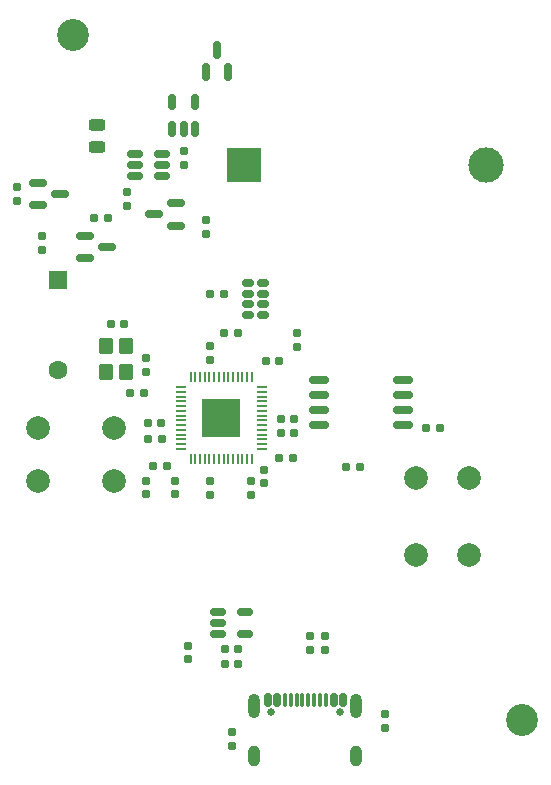
<source format=gbr>
%TF.GenerationSoftware,KiCad,Pcbnew,9.0.2*%
%TF.CreationDate,2025-08-07T00:04:08-07:00*%
%TF.ProjectId,TimeCapsule,54696d65-4361-4707-9375-6c652e6b6963,rev?*%
%TF.SameCoordinates,Original*%
%TF.FileFunction,Soldermask,Top*%
%TF.FilePolarity,Negative*%
%FSLAX46Y46*%
G04 Gerber Fmt 4.6, Leading zero omitted, Abs format (unit mm)*
G04 Created by KiCad (PCBNEW 9.0.2) date 2025-08-07 00:04:08*
%MOMM*%
%LPD*%
G01*
G04 APERTURE LIST*
G04 Aperture macros list*
%AMRoundRect*
0 Rectangle with rounded corners*
0 $1 Rounding radius*
0 $2 $3 $4 $5 $6 $7 $8 $9 X,Y pos of 4 corners*
0 Add a 4 corners polygon primitive as box body*
4,1,4,$2,$3,$4,$5,$6,$7,$8,$9,$2,$3,0*
0 Add four circle primitives for the rounded corners*
1,1,$1+$1,$2,$3*
1,1,$1+$1,$4,$5*
1,1,$1+$1,$6,$7*
1,1,$1+$1,$8,$9*
0 Add four rect primitives between the rounded corners*
20,1,$1+$1,$2,$3,$4,$5,0*
20,1,$1+$1,$4,$5,$6,$7,0*
20,1,$1+$1,$6,$7,$8,$9,0*
20,1,$1+$1,$8,$9,$2,$3,0*%
G04 Aperture macros list end*
%ADD10RoundRect,0.160000X0.197500X0.160000X-0.197500X0.160000X-0.197500X-0.160000X0.197500X-0.160000X0*%
%ADD11RoundRect,0.155000X-0.155000X0.212500X-0.155000X-0.212500X0.155000X-0.212500X0.155000X0.212500X0*%
%ADD12RoundRect,0.150000X-0.512500X-0.150000X0.512500X-0.150000X0.512500X0.150000X-0.512500X0.150000X0*%
%ADD13RoundRect,0.155000X0.212500X0.155000X-0.212500X0.155000X-0.212500X-0.155000X0.212500X-0.155000X0*%
%ADD14RoundRect,0.150000X0.587500X0.150000X-0.587500X0.150000X-0.587500X-0.150000X0.587500X-0.150000X0*%
%ADD15RoundRect,0.160000X-0.160000X0.197500X-0.160000X-0.197500X0.160000X-0.197500X0.160000X0.197500X0*%
%ADD16RoundRect,0.160000X0.160000X-0.197500X0.160000X0.197500X-0.160000X0.197500X-0.160000X-0.197500X0*%
%ADD17RoundRect,0.050000X-0.050000X0.387500X-0.050000X-0.387500X0.050000X-0.387500X0.050000X0.387500X0*%
%ADD18RoundRect,0.050000X-0.387500X0.050000X-0.387500X-0.050000X0.387500X-0.050000X0.387500X0.050000X0*%
%ADD19R,3.200000X3.200000*%
%ADD20C,2.000000*%
%ADD21RoundRect,0.150000X-0.587500X-0.150000X0.587500X-0.150000X0.587500X0.150000X-0.587500X0.150000X0*%
%ADD22RoundRect,0.155000X0.155000X-0.212500X0.155000X0.212500X-0.155000X0.212500X-0.155000X-0.212500X0*%
%ADD23RoundRect,0.160000X-0.197500X-0.160000X0.197500X-0.160000X0.197500X0.160000X-0.197500X0.160000X0*%
%ADD24RoundRect,0.162500X0.650000X0.162500X-0.650000X0.162500X-0.650000X-0.162500X0.650000X-0.162500X0*%
%ADD25C,2.700000*%
%ADD26RoundRect,0.162500X0.312500X0.162500X-0.312500X0.162500X-0.312500X-0.162500X0.312500X-0.162500X0*%
%ADD27RoundRect,0.150000X0.150000X-0.512500X0.150000X0.512500X-0.150000X0.512500X-0.150000X-0.512500X0*%
%ADD28R,3.000000X3.000000*%
%ADD29C,3.000000*%
%ADD30RoundRect,0.243750X-0.456250X0.243750X-0.456250X-0.243750X0.456250X-0.243750X0.456250X0.243750X0*%
%ADD31RoundRect,0.155000X-0.212500X-0.155000X0.212500X-0.155000X0.212500X0.155000X-0.212500X0.155000X0*%
%ADD32RoundRect,0.250000X-0.350000X0.450000X-0.350000X-0.450000X0.350000X-0.450000X0.350000X0.450000X0*%
%ADD33RoundRect,0.250000X-0.550000X0.550000X-0.550000X-0.550000X0.550000X-0.550000X0.550000X0.550000X0*%
%ADD34C,1.600000*%
%ADD35RoundRect,0.150000X0.150000X-0.587500X0.150000X0.587500X-0.150000X0.587500X-0.150000X-0.587500X0*%
%ADD36C,0.650000*%
%ADD37RoundRect,0.150000X-0.150000X-0.425000X0.150000X-0.425000X0.150000X0.425000X-0.150000X0.425000X0*%
%ADD38RoundRect,0.075000X-0.075000X-0.500000X0.075000X-0.500000X0.075000X0.500000X-0.075000X0.500000X0*%
%ADD39O,1.000000X2.100000*%
%ADD40O,1.000000X1.800000*%
G04 APERTURE END LIST*
D10*
%TO.C,R6*%
X87095000Y-89300000D03*
X85900000Y-89300000D03*
%TD*%
%TO.C,R10*%
X58997500Y-71500000D03*
X57802500Y-71500000D03*
%TD*%
D11*
%TO.C,C13*%
X65750000Y-107720000D03*
X65750000Y-108855000D03*
%TD*%
%TO.C,C1*%
X62200000Y-93765000D03*
X62200000Y-94900000D03*
%TD*%
%TO.C,C7*%
X72200000Y-92832500D03*
X72200000Y-93967500D03*
%TD*%
D12*
%TO.C,U2*%
X61225000Y-66050000D03*
X61225000Y-67000000D03*
X61225000Y-67950000D03*
X63500000Y-67950000D03*
X63500000Y-67000000D03*
X63500000Y-66050000D03*
%TD*%
D13*
%TO.C,C3*%
X63467500Y-88900000D03*
X62332500Y-88900000D03*
%TD*%
D14*
%TO.C,Q3*%
X64750000Y-72150000D03*
X64750000Y-70250000D03*
X62875000Y-71200000D03*
%TD*%
D11*
%TO.C,C17*%
X53400000Y-73065000D03*
X53400000Y-74200000D03*
%TD*%
D13*
%TO.C,C16*%
X60335000Y-80500000D03*
X59200000Y-80500000D03*
%TD*%
D15*
%TO.C,R15*%
X67250000Y-71652500D03*
X67250000Y-72847500D03*
%TD*%
D16*
%TO.C,R3*%
X76100000Y-108102500D03*
X76100000Y-106907500D03*
%TD*%
D17*
%TO.C,U1*%
X71150000Y-85000000D03*
X70750000Y-85000000D03*
X70350000Y-85000000D03*
X69950000Y-85000000D03*
X69550000Y-85000000D03*
X69150000Y-85000000D03*
X68750000Y-85000000D03*
X68350000Y-85000000D03*
X67950000Y-85000000D03*
X67550000Y-85000000D03*
X67150000Y-85000000D03*
X66750000Y-85000000D03*
X66350000Y-85000000D03*
X65950000Y-85000000D03*
D18*
X65112500Y-85837500D03*
X65112500Y-86237500D03*
X65112500Y-86637500D03*
X65112500Y-87037500D03*
X65112500Y-87437500D03*
X65112500Y-87837500D03*
X65112500Y-88237500D03*
X65112500Y-88637500D03*
X65112500Y-89037500D03*
X65112500Y-89437500D03*
X65112500Y-89837500D03*
X65112500Y-90237500D03*
X65112500Y-90637500D03*
X65112500Y-91037500D03*
D17*
X65950000Y-91875000D03*
X66350000Y-91875000D03*
X66750000Y-91875000D03*
X67150000Y-91875000D03*
X67550000Y-91875000D03*
X67950000Y-91875000D03*
X68350000Y-91875000D03*
X68750000Y-91875000D03*
X69150000Y-91875000D03*
X69550000Y-91875000D03*
X69950000Y-91875000D03*
X70350000Y-91875000D03*
X70750000Y-91875000D03*
X71150000Y-91875000D03*
D18*
X71987500Y-91037500D03*
X71987500Y-90637500D03*
X71987500Y-90237500D03*
X71987500Y-89837500D03*
X71987500Y-89437500D03*
X71987500Y-89037500D03*
X71987500Y-88637500D03*
X71987500Y-88237500D03*
X71987500Y-87837500D03*
X71987500Y-87437500D03*
X71987500Y-87037500D03*
X71987500Y-86637500D03*
X71987500Y-86237500D03*
X71987500Y-85837500D03*
D19*
X68550000Y-88437500D03*
%TD*%
D20*
%TO.C,SW1*%
X89500000Y-93500000D03*
X89500000Y-100000000D03*
X85000000Y-93500000D03*
X85000000Y-100000000D03*
%TD*%
D11*
%TO.C,C5*%
X71100000Y-93800000D03*
X71100000Y-94935000D03*
%TD*%
D21*
%TO.C,Q4*%
X53000000Y-68500000D03*
X53000000Y-70400000D03*
X54875000Y-69450000D03*
%TD*%
D11*
%TO.C,C2*%
X64600000Y-93765000D03*
X64600000Y-94900000D03*
%TD*%
D22*
%TO.C,C14*%
X67600000Y-83500000D03*
X67600000Y-82365000D03*
%TD*%
D23*
%TO.C,R5*%
X79100000Y-92600000D03*
X80295000Y-92600000D03*
%TD*%
D16*
%TO.C,R2*%
X82400000Y-114700000D03*
X82400000Y-113505000D03*
%TD*%
D24*
%TO.C,U5*%
X83975000Y-89040000D03*
X83975000Y-87770000D03*
X83975000Y-86500000D03*
X83975000Y-85230000D03*
X76800000Y-85230000D03*
X76800000Y-86500000D03*
X76800000Y-87770000D03*
X76800000Y-89040000D03*
%TD*%
D16*
%TO.C,R4*%
X77300000Y-108100000D03*
X77300000Y-106905000D03*
%TD*%
D13*
%TO.C,C11*%
X63500000Y-90200000D03*
X62365000Y-90200000D03*
%TD*%
D15*
%TO.C,R16*%
X51250000Y-68902500D03*
X51250000Y-70097500D03*
%TD*%
D10*
%TO.C,R14*%
X64000000Y-92500000D03*
X62805000Y-92500000D03*
%TD*%
D25*
%TO.C,H4*%
X94000000Y-114000000D03*
%TD*%
D26*
%TO.C,U4*%
X72100000Y-79700000D03*
X72100000Y-78800000D03*
X72100000Y-77900000D03*
X72100000Y-77000000D03*
X70800000Y-77000000D03*
X70800000Y-77900000D03*
X70800000Y-78800000D03*
X70800000Y-79700000D03*
%TD*%
D27*
%TO.C,U6*%
X64412500Y-63987500D03*
X65362500Y-63987500D03*
X66312500Y-63987500D03*
X66312500Y-61712500D03*
X64412500Y-61712500D03*
%TD*%
D23*
%TO.C,R7*%
X60805000Y-86300000D03*
X62000000Y-86300000D03*
%TD*%
D21*
%TO.C,Q1*%
X57000000Y-73000000D03*
X57000000Y-74900000D03*
X58875000Y-73950000D03*
%TD*%
D25*
%TO.C,H3*%
X56000000Y-56000000D03*
%TD*%
D12*
%TO.C,U3*%
X68284556Y-104850000D03*
X68284556Y-105800000D03*
X68284556Y-106750000D03*
X70559556Y-106750000D03*
X70559556Y-104850000D03*
%TD*%
D28*
%TO.C,BT1*%
X70500000Y-67000000D03*
D29*
X90990000Y-67000000D03*
%TD*%
D30*
%TO.C,D1*%
X58000000Y-63625000D03*
X58000000Y-65500000D03*
%TD*%
D31*
%TO.C,C8*%
X73600000Y-89700000D03*
X74735000Y-89700000D03*
%TD*%
D15*
%TO.C,R1*%
X69500000Y-115002500D03*
X69500000Y-116197500D03*
%TD*%
D32*
%TO.C,Y1*%
X58800000Y-82300000D03*
X58800000Y-84500000D03*
X60500000Y-84500000D03*
X60500000Y-82300000D03*
%TD*%
D31*
%TO.C,C12*%
X68865000Y-109250000D03*
X70000000Y-109250000D03*
%TD*%
D20*
%TO.C,SW2*%
X53000000Y-89250000D03*
X59500000Y-89250000D03*
X53000000Y-93750000D03*
X59500000Y-93750000D03*
%TD*%
D31*
%TO.C,C9*%
X73602500Y-88512500D03*
X74737500Y-88512500D03*
%TD*%
%TO.C,C4*%
X72300000Y-83600000D03*
X73435000Y-83600000D03*
%TD*%
D33*
%TO.C,D2*%
X54750000Y-76750000D03*
D34*
X54750000Y-84370000D03*
%TD*%
D11*
%TO.C,C15*%
X62200000Y-83365000D03*
X62200000Y-84500000D03*
%TD*%
%TO.C,C6*%
X67600000Y-93800000D03*
X67600000Y-94935000D03*
%TD*%
D16*
%TO.C,R8*%
X75000000Y-82397500D03*
X75000000Y-81202500D03*
%TD*%
%TO.C,R11*%
X60600000Y-70495000D03*
X60600000Y-69300000D03*
%TD*%
%TO.C,R12*%
X65400000Y-66995000D03*
X65400000Y-65800000D03*
%TD*%
D10*
%TO.C,R9*%
X69995000Y-81200000D03*
X68800000Y-81200000D03*
%TD*%
D35*
%TO.C,Q2*%
X67250000Y-59175000D03*
X69150000Y-59175000D03*
X68200000Y-57300000D03*
%TD*%
D36*
%TO.C,J1*%
X72790000Y-113345000D03*
X78570000Y-113345000D03*
D37*
X72480000Y-112270000D03*
X73280000Y-112270000D03*
D38*
X74430000Y-112270000D03*
X75430000Y-112270000D03*
X75930000Y-112270000D03*
X76930000Y-112270000D03*
D37*
X78080000Y-112270000D03*
X78880000Y-112270000D03*
X78880000Y-112270000D03*
X78080000Y-112270000D03*
D38*
X77430000Y-112270000D03*
X76430000Y-112270000D03*
X74930000Y-112270000D03*
X73930000Y-112270000D03*
D37*
X73280000Y-112270000D03*
X72480000Y-112270000D03*
D39*
X71360000Y-112845000D03*
D40*
X71360000Y-117025000D03*
D39*
X80000000Y-112845000D03*
D40*
X80000000Y-117025000D03*
%TD*%
D13*
%TO.C,C18*%
X70000000Y-108000000D03*
X68865000Y-108000000D03*
%TD*%
D31*
%TO.C,C10*%
X73465000Y-91800000D03*
X74600000Y-91800000D03*
%TD*%
D10*
%TO.C,R13*%
X68800000Y-77900000D03*
X67605000Y-77900000D03*
%TD*%
M02*

</source>
